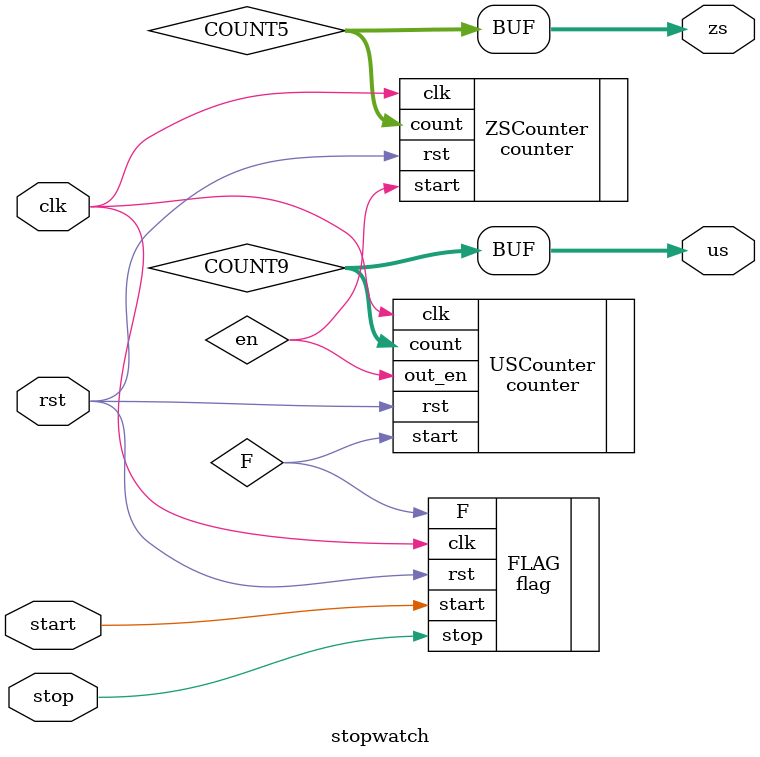
<source format=v>
module stopwatch(

    start, stop, clk, rst, us, zs);



input start, stop, clk, rst;

output [3:0]us;

output [2:0]zs;



wire [3:0] COUNT9;

wire [2:0] COUNT5;

wire F;
wire en;



flag FLAG( .start(start), .stop(stop), .rst(rst), .clk(clk), .F(F) );

counter #( .max_v(9) ) USCounter( .start(F), .clk(clk), .rst(rst), .count(COUNT9), .out_en(en) );

counter #( .max_v(5) ) ZSCounter( .start(en), .clk(clk), .rst(rst), .count(COUNT5) );

assign us = COUNT9;

assign zs = COUNT5;



endmodule
</source>
